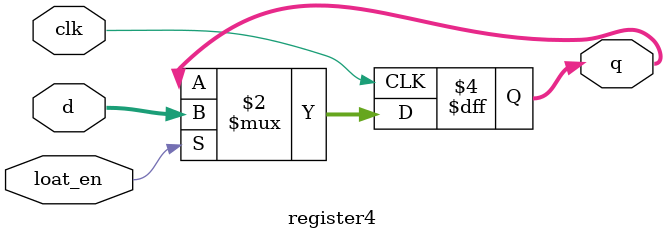
<source format=v>
module register4 (input loat_en, input clk, input [3:0] d,output reg [3:0] q);

always @(posedge clk) begin
if (loat_en)
	q<=d;

end
endmodule
</source>
